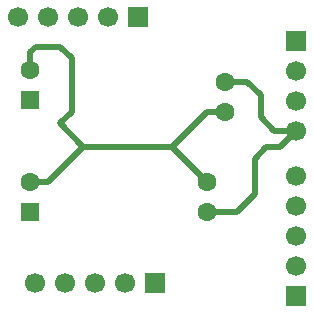
<source format=gbr>
%TF.GenerationSoftware,KiCad,Pcbnew,9.0.7*%
%TF.CreationDate,2026-02-08T21:28:46-06:00*%
%TF.ProjectId,Power,506f7765-722e-46b6-9963-61645f706362,rev?*%
%TF.SameCoordinates,Original*%
%TF.FileFunction,Copper,L2,Bot*%
%TF.FilePolarity,Positive*%
%FSLAX46Y46*%
G04 Gerber Fmt 4.6, Leading zero omitted, Abs format (unit mm)*
G04 Created by KiCad (PCBNEW 9.0.7) date 2026-02-08 21:28:46*
%MOMM*%
%LPD*%
G01*
G04 APERTURE LIST*
G04 Aperture macros list*
%AMRoundRect*
0 Rectangle with rounded corners*
0 $1 Rounding radius*
0 $2 $3 $4 $5 $6 $7 $8 $9 X,Y pos of 4 corners*
0 Add a 4 corners polygon primitive as box body*
4,1,4,$2,$3,$4,$5,$6,$7,$8,$9,$2,$3,0*
0 Add four circle primitives for the rounded corners*
1,1,$1+$1,$2,$3*
1,1,$1+$1,$4,$5*
1,1,$1+$1,$6,$7*
1,1,$1+$1,$8,$9*
0 Add four rect primitives between the rounded corners*
20,1,$1+$1,$2,$3,$4,$5,0*
20,1,$1+$1,$4,$5,$6,$7,0*
20,1,$1+$1,$6,$7,$8,$9,0*
20,1,$1+$1,$8,$9,$2,$3,0*%
G04 Aperture macros list end*
%TA.AperFunction,ComponentPad*%
%ADD10R,1.700000X1.700000*%
%TD*%
%TA.AperFunction,ComponentPad*%
%ADD11C,1.700000*%
%TD*%
%TA.AperFunction,ComponentPad*%
%ADD12RoundRect,0.250000X0.550000X-0.550000X0.550000X0.550000X-0.550000X0.550000X-0.550000X-0.550000X0*%
%TD*%
%TA.AperFunction,ComponentPad*%
%ADD13C,1.600000*%
%TD*%
%TA.AperFunction,Conductor*%
%ADD14C,0.500000*%
%TD*%
G04 APERTURE END LIST*
D10*
%TO.P,USB-C,1,Pin_1*%
%TO.N,GND*%
X205000000Y-88500000D03*
D11*
%TO.P,USB-C,2,Pin_2*%
%TO.N,unconnected-(J4-Pin_2-Pad2)*%
X205000000Y-91040000D03*
%TO.P,USB-C,3,Pin_3*%
%TO.N,unconnected-(J4-Pin_3-Pad3)*%
X205000000Y-93580000D03*
%TO.P,USB-C,4,Pin_4*%
%TO.N,Net-(D3-A)*%
X205000000Y-96120000D03*
%TD*%
D10*
%TO.P,GND,1,Pin_1*%
%TO.N,GND*%
X205000000Y-110160000D03*
D11*
%TO.P,GND,2,Pin_2*%
X205000000Y-107620000D03*
%TO.P,GND,3,Pin_3*%
X205000000Y-105080000D03*
%TO.P,GND,4,Pin_4*%
X205000000Y-102540000D03*
%TO.P,GND,5,Pin_5*%
X205000000Y-100000000D03*
%TD*%
D10*
%TO.P,J1,1,Pin_1*%
%TO.N,Net-(D1-A)*%
X193040000Y-109000000D03*
D11*
%TO.P,J1,2,Pin_2*%
X190500000Y-109000000D03*
%TO.P,J1,3,Pin_3*%
X187960000Y-109000000D03*
%TO.P,J1,4,Pin_4*%
X185420000Y-109000000D03*
%TO.P,J1,5,Pin_5*%
X182880000Y-109000000D03*
%TD*%
D12*
%TO.P,C4,1*%
%TO.N,Net-(D1-A)*%
X182500000Y-103000000D03*
D13*
%TO.P,C4,2*%
%TO.N,GND*%
X182500000Y-100500000D03*
%TD*%
%TO.P,C2,1*%
%TO.N,GND*%
X197500000Y-100500000D03*
%TO.P,C2,2*%
%TO.N,Net-(D3-A)*%
X197500000Y-103000000D03*
%TD*%
D10*
%TO.P,J2,1,Pin_1*%
%TO.N,Net-(D2-A)*%
X191580000Y-86500000D03*
D11*
%TO.P,J2,2,Pin_2*%
X189040000Y-86500000D03*
%TO.P,J2,3,Pin_3*%
X186500000Y-86500000D03*
%TO.P,J2,4,Pin_4*%
X183960000Y-86500000D03*
%TO.P,J2,5,Pin_5*%
X181420000Y-86500000D03*
%TD*%
D12*
%TO.P,C3,1*%
%TO.N,Net-(D2-A)*%
X182500000Y-93500000D03*
D13*
%TO.P,C3,2*%
%TO.N,GND*%
X182500000Y-91000000D03*
%TD*%
%TO.P,C1,1*%
%TO.N,GND*%
X199000000Y-94500000D03*
%TO.P,C1,2*%
%TO.N,Net-(D3-A)*%
X199000000Y-92000000D03*
%TD*%
D14*
%TO.N,Net-(D3-A)*%
X202500000Y-97500000D02*
X203620000Y-97500000D01*
X203620000Y-97500000D02*
X205000000Y-96120000D01*
X201500000Y-98500000D02*
X202500000Y-97500000D01*
X200000000Y-103000000D02*
X201500000Y-101500000D01*
X201500000Y-101500000D02*
X201500000Y-98500000D01*
X197500000Y-103000000D02*
X200000000Y-103000000D01*
X200880000Y-92000000D02*
X199000000Y-92000000D01*
X202000000Y-93120000D02*
X200880000Y-92000000D01*
X202000000Y-95000000D02*
X202000000Y-93120000D01*
X205000000Y-96120000D02*
X203120000Y-96120000D01*
X203120000Y-96120000D02*
X202000000Y-95000000D01*
%TO.N,GND*%
X184000000Y-100500000D02*
X182500000Y-100500000D01*
X187000000Y-97500000D02*
X184000000Y-100500000D01*
X197500000Y-100500000D02*
X194500000Y-97500000D01*
X182500000Y-89500000D02*
X182500000Y-91000000D01*
X183000000Y-89000000D02*
X182500000Y-89500000D01*
X185000000Y-89000000D02*
X183000000Y-89000000D01*
X186000000Y-90000000D02*
X185000000Y-89000000D01*
X186000000Y-94500000D02*
X186000000Y-90000000D01*
X185000000Y-95500000D02*
X186000000Y-94500000D01*
X194500000Y-97500000D02*
X187000000Y-97500000D01*
X197500000Y-94500000D02*
X194500000Y-97500000D01*
X199000000Y-94500000D02*
X197500000Y-94500000D01*
X187000000Y-97500000D02*
X185000000Y-95500000D01*
%TD*%
M02*

</source>
